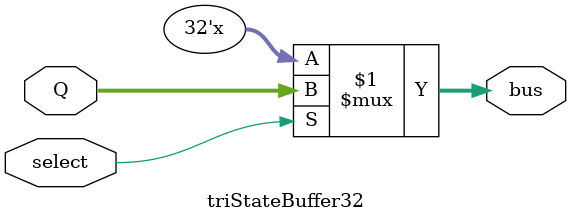
<source format=v>
`timescale 1ns / 1ps


module triStateBuffer32(
    input [31:0] Q,
    input select,
    output [31:0] bus
    );

    assign bus = select ? Q : 32'bz;
endmodule

</source>
